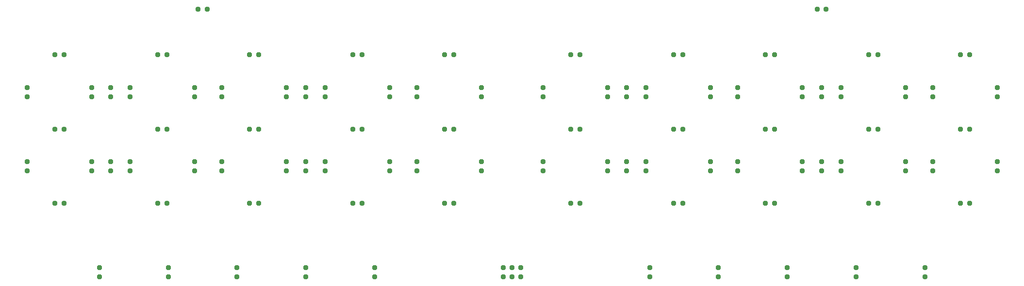
<source format=gtp>
G04*
G04 #@! TF.GenerationSoftware,Altium Limited,Altium Designer,21.3.2 (30)*
G04*
G04 Layer_Color=8421504*
%FSLAX44Y44*%
%MOMM*%
G71*
G04*
G04 #@! TF.SameCoordinates,78750805-DB91-4CD3-9BAD-7DFD151DFB16*
G04*
G04*
G04 #@! TF.FilePolarity,Positive*
G04*
G01*
G75*
G04:AMPARAMS|DCode=12|XSize=0.8mm|YSize=0.8mm|CornerRadius=0.2mm|HoleSize=0mm|Usage=FLASHONLY|Rotation=270.000|XOffset=0mm|YOffset=0mm|HoleType=Round|Shape=RoundedRectangle|*
%AMROUNDEDRECTD12*
21,1,0.8000,0.4000,0,0,270.0*
21,1,0.4000,0.8000,0,0,270.0*
1,1,0.4000,-0.2000,-0.2000*
1,1,0.4000,-0.2000,0.2000*
1,1,0.4000,0.2000,0.2000*
1,1,0.4000,0.2000,-0.2000*
%
%ADD12ROUNDEDRECTD12*%
G04:AMPARAMS|DCode=13|XSize=0.8mm|YSize=0.8mm|CornerRadius=0.2mm|HoleSize=0mm|Usage=FLASHONLY|Rotation=180.000|XOffset=0mm|YOffset=0mm|HoleType=Round|Shape=RoundedRectangle|*
%AMROUNDEDRECTD13*
21,1,0.8000,0.4000,0,0,180.0*
21,1,0.4000,0.8000,0,0,180.0*
1,1,0.4000,-0.2000,0.2000*
1,1,0.4000,0.2000,0.2000*
1,1,0.4000,0.2000,-0.2000*
1,1,0.4000,-0.2000,-0.2000*
%
%ADD13ROUNDEDRECTD13*%
D12*
X1570000Y88000D02*
D03*
Y72000D02*
D03*
X1450000Y88000D02*
D03*
Y72000D02*
D03*
X1330000Y88000D02*
D03*
Y72000D02*
D03*
X1210000Y88000D02*
D03*
Y72000D02*
D03*
X1090000Y88000D02*
D03*
Y72000D02*
D03*
X865000Y88000D02*
D03*
Y72000D02*
D03*
X835000Y88000D02*
D03*
Y72000D02*
D03*
X850000Y88000D02*
D03*
Y72000D02*
D03*
X610000Y88000D02*
D03*
Y72000D02*
D03*
X490000Y88000D02*
D03*
Y72000D02*
D03*
X370000Y88000D02*
D03*
Y72000D02*
D03*
X250000Y88000D02*
D03*
Y72000D02*
D03*
X1696364Y257000D02*
D03*
Y273000D02*
D03*
X1583636Y257000D02*
D03*
Y273000D02*
D03*
X1696364Y387000D02*
D03*
Y403000D02*
D03*
X1583636Y387000D02*
D03*
Y403000D02*
D03*
X1536364Y257000D02*
D03*
Y273000D02*
D03*
X1423636Y257000D02*
D03*
Y273000D02*
D03*
X1536364Y387000D02*
D03*
Y403000D02*
D03*
X1423636Y387000D02*
D03*
Y403000D02*
D03*
X1390000Y257000D02*
D03*
Y273000D02*
D03*
Y387000D02*
D03*
Y403000D02*
D03*
X1243636Y387000D02*
D03*
Y403000D02*
D03*
X1356364Y387000D02*
D03*
Y403000D02*
D03*
Y257000D02*
D03*
Y273000D02*
D03*
X1243636Y257000D02*
D03*
Y273000D02*
D03*
X1196364Y257000D02*
D03*
Y273000D02*
D03*
X1083636Y257000D02*
D03*
Y273000D02*
D03*
X1196364Y387000D02*
D03*
Y403000D02*
D03*
X1083636Y387000D02*
D03*
Y403000D02*
D03*
X1050000Y257000D02*
D03*
Y273000D02*
D03*
Y387000D02*
D03*
Y403000D02*
D03*
X1016364Y257000D02*
D03*
Y273000D02*
D03*
X903636Y257000D02*
D03*
Y273000D02*
D03*
X1016364Y387000D02*
D03*
Y403000D02*
D03*
X903636Y387000D02*
D03*
Y403000D02*
D03*
X796364Y257000D02*
D03*
Y273000D02*
D03*
X683636Y257000D02*
D03*
Y273000D02*
D03*
X796364Y387000D02*
D03*
Y403000D02*
D03*
X683636Y387000D02*
D03*
Y403000D02*
D03*
X636364Y257000D02*
D03*
Y273000D02*
D03*
X523636Y257000D02*
D03*
Y273000D02*
D03*
X636364Y387000D02*
D03*
Y403000D02*
D03*
X523636Y387000D02*
D03*
Y403000D02*
D03*
X490000Y257000D02*
D03*
Y273000D02*
D03*
Y387000D02*
D03*
Y403000D02*
D03*
X456364Y257000D02*
D03*
Y273000D02*
D03*
X343636Y257000D02*
D03*
Y273000D02*
D03*
X456364Y387000D02*
D03*
Y403000D02*
D03*
X343636Y387000D02*
D03*
Y403000D02*
D03*
X296364Y257000D02*
D03*
Y273000D02*
D03*
X183636Y257000D02*
D03*
Y273000D02*
D03*
X296364Y387000D02*
D03*
Y403000D02*
D03*
X183636Y387000D02*
D03*
Y403000D02*
D03*
X150000Y257000D02*
D03*
Y273000D02*
D03*
Y387000D02*
D03*
Y403000D02*
D03*
X130000Y72000D02*
D03*
Y88000D02*
D03*
X116364Y273000D02*
D03*
Y257000D02*
D03*
X3636Y273000D02*
D03*
Y257000D02*
D03*
X116364Y403000D02*
D03*
Y387000D02*
D03*
X3636Y403000D02*
D03*
Y387000D02*
D03*
D13*
X1648000Y200000D02*
D03*
X1632000D02*
D03*
X1648000Y330000D02*
D03*
X1632000D02*
D03*
X1488000Y200000D02*
D03*
X1472000D02*
D03*
X1488000Y330000D02*
D03*
X1472000D02*
D03*
X1308000Y200000D02*
D03*
X1292000D02*
D03*
X1308000Y330000D02*
D03*
X1292000D02*
D03*
X1148000Y200000D02*
D03*
X1132000D02*
D03*
X1148000Y330000D02*
D03*
X1132000D02*
D03*
X1648000Y460000D02*
D03*
X1632000D02*
D03*
X1488000D02*
D03*
X1472000D02*
D03*
X1308000D02*
D03*
X1292000D02*
D03*
X1148000D02*
D03*
X1132000D02*
D03*
X968000Y200000D02*
D03*
X952000D02*
D03*
X968000Y330000D02*
D03*
X952000D02*
D03*
X968000Y460000D02*
D03*
X952000D02*
D03*
X748000Y200000D02*
D03*
X732000D02*
D03*
X748000Y330000D02*
D03*
X732000D02*
D03*
X748000Y460000D02*
D03*
X732000D02*
D03*
X588000Y200000D02*
D03*
X572000D02*
D03*
X588000Y330000D02*
D03*
X572000D02*
D03*
X588000Y460000D02*
D03*
X572000D02*
D03*
X408000Y200000D02*
D03*
X392000D02*
D03*
X408000Y330000D02*
D03*
X392000D02*
D03*
X408000Y460000D02*
D03*
X392000D02*
D03*
X248000Y200000D02*
D03*
X232000D02*
D03*
X248000Y330000D02*
D03*
X232000D02*
D03*
X248000Y460000D02*
D03*
X232000D02*
D03*
X68000Y200000D02*
D03*
X52000D02*
D03*
X1398000Y540000D02*
D03*
X1382000D02*
D03*
X318000D02*
D03*
X302000D02*
D03*
X52000Y330000D02*
D03*
X68000D02*
D03*
X52000Y460000D02*
D03*
X68000D02*
D03*
M02*

</source>
